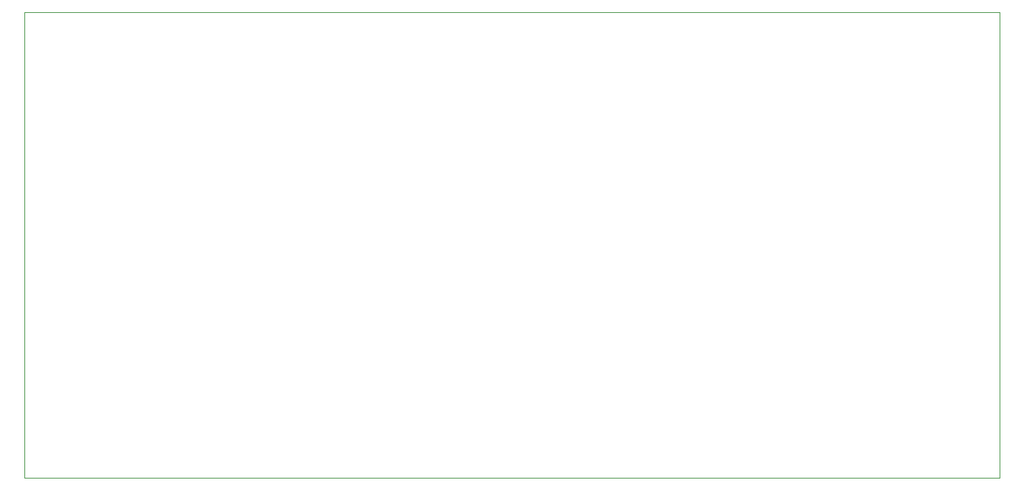
<source format=gm1>
G04 #@! TF.GenerationSoftware,KiCad,Pcbnew,9.0.3*
G04 #@! TF.CreationDate,2025-08-13T17:47:10+01:00*
G04 #@! TF.ProjectId,Pico-BLDC-Controller,5069636f-2d42-44c4-9443-2d436f6e7472,rev?*
G04 #@! TF.SameCoordinates,Original*
G04 #@! TF.FileFunction,Profile,NP*
%FSLAX46Y46*%
G04 Gerber Fmt 4.6, Leading zero omitted, Abs format (unit mm)*
G04 Created by KiCad (PCBNEW 9.0.3) date 2025-08-13 17:47:10*
%MOMM*%
%LPD*%
G01*
G04 APERTURE LIST*
G04 #@! TA.AperFunction,Profile*
%ADD10C,0.050000*%
G04 #@! TD*
G04 APERTURE END LIST*
D10*
X93360000Y-42552500D02*
X208360000Y-42552500D01*
X208360000Y-97552500D01*
X93360000Y-97552500D01*
X93360000Y-42552500D01*
M02*

</source>
